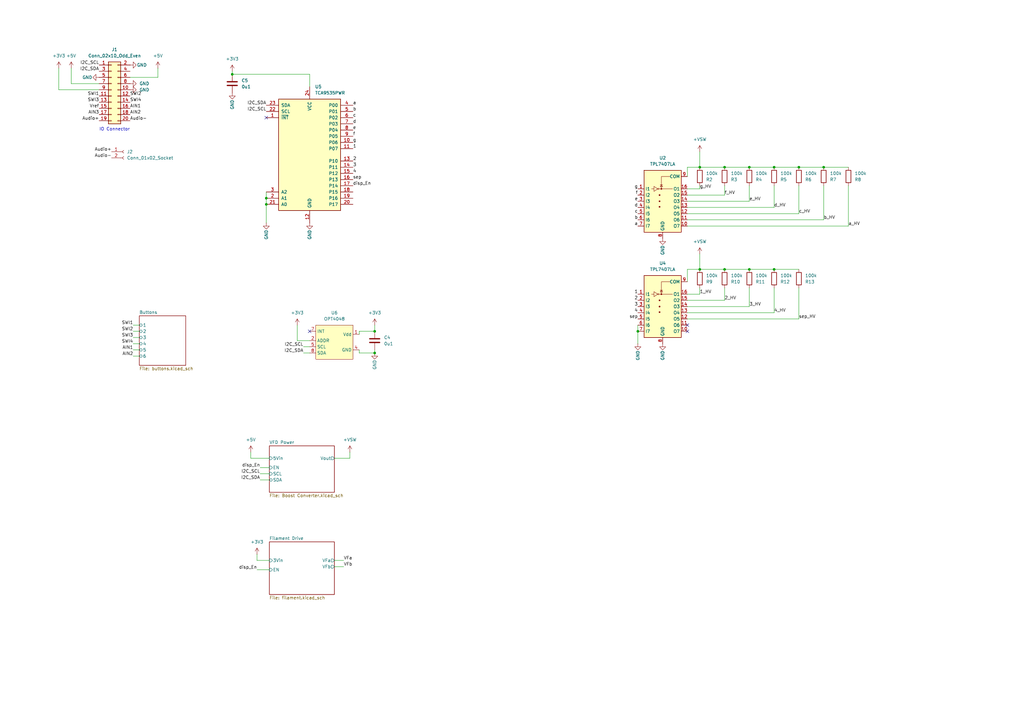
<source format=kicad_sch>
(kicad_sch (version 20231120) (generator "eeschema") (generator_version "8.0")
  (paper "A3")
  (lib_symbols
    (symbol "Connector:Conn_01x02_Socket" (pin_names (offset 1.016) hide)
      (property "Reference" "J" (at 0 2.54 0))
      (property "Value" "Conn_01x02_Socket" (at 0 -5.08 0))
      (symbol "Conn_01x02_Socket_1_1"
        (arc (start 0 -2.032) (mid -0.5058 -2.54) (end 0 -3.048) (stroke (width 0.1524)))
        (polyline (pts (xy -1.27 -2.54) (xy -0.508 -2.54)) (stroke (width 0.1524)))
        (polyline (pts (xy -1.27 0) (xy -0.508 0)) (stroke (width 0.1524)))
        (arc (start 0 0.508) (mid -0.5058 0) (end 0 -0.508) (stroke (width 0.1524)))
        (pin passive line (at -5.08 0 0) (length 3.81) (name "Pin_1") (number "1"))
        (pin passive line (at -5.08 -2.54 0) (length 3.81) (name "Pin_2") (number "2"))
      )
    )
    (symbol "Connector_Generic:Conn_02x10_Odd_Even" (pin_names (offset 1.016) hide)
      (property "Reference" "J" (at 1.27 12.7 0))
      (property "Value" "Conn_02x10_Odd_Even" (at 1.27 -15.24 0))
      (symbol "Conn_02x10_Odd_Even_1_1"
        (rectangle (start -1.27 -12.573) (end 0 -12.827) (stroke (width 0.1524)))
        (rectangle (start -1.27 -10.033) (end 0 -10.287) (stroke (width 0.1524)))
        (rectangle (start -1.27 -7.493) (end 0 -7.747) (stroke (width 0.1524)))
        (rectangle (start -1.27 -4.953) (end 0 -5.207) (stroke (width 0.1524)))
        (rectangle (start -1.27 -2.413) (end 0 -2.667) (stroke (width 0.1524)))
        (rectangle (start -1.27 0.127) (end 0 -0.127) (stroke (width 0.1524)))
        (rectangle (start -1.27 2.667) (end 0 2.413) (stroke (width 0.1524)))
        (rectangle (start -1.27 5.207) (end 0 4.953) (stroke (width 0.1524)))
        (rectangle (start -1.27 7.747) (end 0 7.493) (stroke (width 0.1524)))
        (rectangle (start -1.27 10.287) (end 0 10.033) (stroke (width 0.1524)))
        (rectangle (start -1.27 11.43) (end 3.81 -13.97) (stroke (width 0.254)) (fill (type background)))
        (rectangle (start 3.81 -12.573) (end 2.54 -12.827) (stroke (width 0.1524)))
        (rectangle (start 3.81 -10.033) (end 2.54 -10.287) (stroke (width 0.1524)))
        (rectangle (start 3.81 -7.493) (end 2.54 -7.747) (stroke (width 0.1524)))
        (rectangle (start 3.81 -4.953) (end 2.54 -5.207) (stroke (width 0.1524)))
        (rectangle (start 3.81 -2.413) (end 2.54 -2.667) (stroke (width 0.1524)))
        (rectangle (start 3.81 0.127) (end 2.54 -0.127) (stroke (width 0.1524)))
        (rectangle (start 3.81 2.667) (end 2.54 2.413) (stroke (width 0.1524)))
        (rectangle (start 3.81 5.207) (end 2.54 4.953) (stroke (width 0.1524)))
        (rectangle (start 3.81 7.747) (end 2.54 7.493) (stroke (width 0.1524)))
        (rectangle (start 3.81 10.287) (end 2.54 10.033) (stroke (width 0.1524)))
        (pin passive line (at -5.08 10.16 0) (length 3.81) (name "Pin_1") (number "1"))
        (pin passive line (at 7.62 0 180) (length 3.81) (name "Pin_10") (number "10"))
        (pin passive line (at -5.08 -2.54 0) (length 3.81) (name "Pin_11") (number "11"))
        (pin passive line (at 7.62 -2.54 180) (length 3.81) (name "Pin_12") (number "12"))
        (pin passive line (at -5.08 -5.08 0) (length 3.81) (name "Pin_13") (number "13"))
        (pin passive line (at 7.62 -5.08 180) (length 3.81) (name "Pin_14") (number "14"))
        (pin passive line (at -5.08 -7.62 0) (length 3.81) (name "Pin_15") (number "15"))
        (pin passive line (at 7.62 -7.62 180) (length 3.81) (name "Pin_16") (number "16"))
        (pin passive line (at -5.08 -10.16 0) (length 3.81) (name "Pin_17") (number "17"))
        (pin passive line (at 7.62 -10.16 180) (length 3.81) (name "Pin_18") (number "18"))
        (pin passive line (at -5.08 -12.7 0) (length 3.81) (name "Pin_19") (number "19"))
        (pin passive line (at 7.62 10.16 180) (length 3.81) (name "Pin_2") (number "2"))
        (pin passive line (at 7.62 -12.7 180) (length 3.81) (name "Pin_20") (number "20"))
        (pin passive line (at -5.08 7.62 0) (length 3.81) (name "Pin_3") (number "3"))
        (pin passive line (at 7.62 7.62 180) (length 3.81) (name "Pin_4") (number "4"))
        (pin passive line (at -5.08 5.08 0) (length 3.81) (name "Pin_5") (number "5"))
        (pin passive line (at 7.62 5.08 180) (length 3.81) (name "Pin_6") (number "6"))
        (pin passive line (at -5.08 2.54 0) (length 3.81) (name "Pin_7") (number "7"))
        (pin passive line (at 7.62 2.54 180) (length 3.81) (name "Pin_8") (number "8"))
        (pin passive line (at -5.08 0 0) (length 3.81) (name "Pin_9") (number "9"))
      )
    )
    (symbol "Device:C" (pin_numbers hide) (pin_names (offset 0.254))
      (property "Reference" "C" (at 0.635 2.54 0))
      (property "Value" "C" (at 0.635 -2.54 0))
      (symbol "C_0_1"
        (polyline (pts (xy -2.032 -0.762) (xy 2.032 -0.762)) (stroke (width 0.508)))
        (polyline (pts (xy -2.032 0.762) (xy 2.032 0.762)) (stroke (width 0.508)))
      )
      (symbol "C_1_1"
        (pin passive line (at 0 3.81 270) (length 2.794) (name "~") (number "1"))
        (pin passive line (at 0 -3.81 90) (length 2.794) (name "~") (number "2"))
      )
    )
    (symbol "Device:R" (pin_numbers hide) (pin_names (offset 0))
      (property "Reference" "R" (at 2.032 0 90))
      (property "Value" "R" (at 0 0 90))
      (symbol "R_0_1"
        (rectangle (start -1.016 -2.54) (end 1.016 2.54) (stroke (width 0.254)))
      )
      (symbol "R_1_1"
        (pin passive line (at 0 3.81 270) (length 1.27) (name "~") (number "1"))
        (pin passive line (at 0 -3.81 90) (length 1.27) (name "~") (number "2"))
      )
    )
    (symbol "Global:OPT4048"
      (property "Reference" "U" (at -5.842 3.81 0))
      (property "Value" "OPT4048" (at -2.286 1.524 0))
      (symbol "OPT4048_0_1"
        (rectangle (start -7.62 0) (end 7.62 -13.97) (fill (type background)))
      )
      (symbol "OPT4048_1_0"
        (pin input line (at -10.16 -6.35 0) (length 2.54) (name "ADDR") (number "2"))
        (pin no_connect line (at 1.27 -16.51 90) (length 2.54) hide (name "NC") (number "3"))
        (pin power_in line (at 10.16 -10.16 180) (length 2.54) (name "GND") (number "4"))
        (pin input line (at -10.16 -8.89 0) (length 2.54) (name "SCL") (number "5"))
        (pin no_connect line (at 0 -16.51 90) (length 2.54) hide (name "NC") (number "6"))
        (pin output line (at -10.16 -2.54 0) (length 2.54) (name "INT") (number "7"))
        (pin bidirectional line (at -10.16 -11.43 0) (length 2.54) (name "SDA") (number "8"))
      )
      (symbol "OPT4048_1_1"
        (pin power_in line (at 10.16 -3.81 180) (length 2.54) (name "Vdd") (number "1"))
      )
    )
    (symbol "Global:TPL7407LA"
      (property "Reference" "U" (at 0 15.875 0))
      (property "Value" "TPL7407LA" (at 0 13.97 0))
      (symbol "TPL7407LA_0_1"
        (rectangle (start -7.62 -12.7) (end 7.62 12.7) (stroke (width 0.254)) (fill (type background)))
        (circle (center -1.778 5.08) (radius 0.254))
        (circle (center -1.27 -2.286) (radius 0.254) (fill (type outline)))
        (circle (center -1.27 0) (radius 0.254) (fill (type outline)))
        (circle (center -1.27 2.54) (radius 0.254) (fill (type outline)))
        (circle (center -0.508 5.08) (radius 0.254) (fill (type outline)))
        (polyline (pts (xy -4.572 5.08) (xy -3.556 5.08)))
        (polyline (pts (xy -1.524 5.08) (xy 4.064 5.08)))
        (polyline (pts (xy 0 6.731) (xy -1.016 6.731)))
        (polyline (pts (xy -0.508 5.08) (xy -0.508 10.16) (xy 2.921 10.16)))
        (polyline (pts (xy -3.556 6.096) (xy -3.556 4.064) (xy -2.032 5.08) (xy -3.556 6.096)))
        (polyline (pts (xy 0 5.969) (xy -1.016 5.969) (xy -0.508 6.731) (xy 0 5.969)))
      )
      (symbol "TPL7407LA_1_1"
        (pin input line (at -10.16 5.08 0) (length 2.54) (name "I1") (number "1"))
        (pin open_collector line (at 10.16 -10.16 180) (length 2.54) (name "O7") (number "10"))
        (pin open_collector line (at 10.16 -7.62 180) (length 2.54) (name "O6") (number "11"))
        (pin open_collector line (at 10.16 -5.08 180) (length 2.54) (name "O5") (number "12"))
        (pin open_collector line (at 10.16 -2.54 180) (length 2.54) (name "O4") (number "13"))
        (pin open_collector line (at 10.16 0 180) (length 2.54) (name "O3") (number "14"))
        (pin open_collector line (at 10.16 2.54 180) (length 2.54) (name "O2") (number "15"))
        (pin open_collector line (at 10.16 5.08 180) (length 2.54) (name "O1") (number "16"))
        (pin input line (at -10.16 2.54 0) (length 2.54) (name "I2") (number "2"))
        (pin input line (at -10.16 0 0) (length 2.54) (name "I3") (number "3"))
        (pin input line (at -10.16 -2.54 0) (length 2.54) (name "I4") (number "4"))
        (pin input line (at -10.16 -5.08 0) (length 2.54) (name "I5") (number "5"))
        (pin input line (at -10.16 -7.62 0) (length 2.54) (name "I6") (number "6"))
        (pin input line (at -10.16 -10.16 0) (length 2.54) (name "I7") (number "7"))
        (pin power_in line (at 0 -15.24 90) (length 2.54) (name "GND") (number "8"))
        (pin passive line (at 10.16 10.16 180) (length 2.54) (name "COM") (number "9"))
      )
    )
    (symbol "Interface_Expansion:TCA9535PWR" (pin_names (offset 1.016))
      (property "Reference" "U" (at -11.43 24.13 0))
      (property "Value" "TCA9535PWR" (at 0 0 0))
      (symbol "TCA9535PWR_0_1"
        (rectangle (start -12.7 22.86) (end 12.7 -22.86) (stroke (width 0.254)) (fill (type background)))
      )
      (symbol "TCA9535PWR_1_1"
        (pin open_collector line (at -17.78 15.24 0) (length 5.08) (name "~{INT}") (number "1"))
        (pin bidirectional line (at 17.78 5.08 180) (length 5.08) (name "P06") (number "10"))
        (pin bidirectional line (at 17.78 2.54 180) (length 5.08) (name "P07") (number "11"))
        (pin power_in line (at 0 -27.94 90) (length 5.08) (name "GND") (number "12"))
        (pin bidirectional line (at 17.78 -2.54 180) (length 5.08) (name "P10") (number "13"))
        (pin bidirectional line (at 17.78 -5.08 180) (length 5.08) (name "P11") (number "14"))
        (pin bidirectional line (at 17.78 -7.62 180) (length 5.08) (name "P12") (number "15"))
        (pin bidirectional line (at 17.78 -10.16 180) (length 5.08) (name "P13") (number "16"))
        (pin bidirectional line (at 17.78 -12.7 180) (length 5.08) (name "P14") (number "17"))
        (pin bidirectional line (at 17.78 -15.24 180) (length 5.08) (name "P15") (number "18"))
        (pin bidirectional line (at 17.78 -17.78 180) (length 5.08) (name "P16") (number "19"))
        (pin input line (at -17.78 -17.78 0) (length 5.08) (name "A1") (number "2"))
        (pin bidirectional line (at 17.78 -20.32 180) (length 5.08) (name "P17") (number "20"))
        (pin input line (at -17.78 -20.32 0) (length 5.08) (name "A0") (number "21"))
        (pin input line (at -17.78 17.78 0) (length 5.08) (name "SCL") (number "22"))
        (pin bidirectional line (at -17.78 20.32 0) (length 5.08) (name "SDA") (number "23"))
        (pin power_in line (at 0 27.94 270) (length 5.08) (name "VCC") (number "24"))
        (pin input line (at -17.78 -15.24 0) (length 5.08) (name "A2") (number "3"))
        (pin bidirectional line (at 17.78 20.32 180) (length 5.08) (name "P00") (number "4"))
        (pin bidirectional line (at 17.78 17.78 180) (length 5.08) (name "P01") (number "5"))
        (pin bidirectional line (at 17.78 15.24 180) (length 5.08) (name "P02") (number "6"))
        (pin bidirectional line (at 17.78 12.7 180) (length 5.08) (name "P03") (number "7"))
        (pin bidirectional line (at 17.78 10.16 180) (length 5.08) (name "P04") (number "8"))
        (pin bidirectional line (at 17.78 7.62 180) (length 5.08) (name "P05") (number "9"))
      )
    )
    (symbol "power:+3V3" (power) (pin_numbers hide) (pin_names (offset 0) hide)
      (property "Value" "+3V3" (at 0 3.556 0))
      (symbol "+3V3_0_1"
        (polyline (pts (xy -0.762 1.27) (xy 0 2.54)))
        (polyline (pts (xy 0 0) (xy 0 2.54)))
        (polyline (pts (xy 0 2.54) (xy 0.762 1.27)))
      )
      (symbol "+3V3_1_1"
        (pin power_in line (at 0 0 90) (length 0) (name "~") (number "1"))
      )
    )
    (symbol "power:+5V" (power) (pin_numbers hide) (pin_names (offset 0) hide)
      (property "Value" "+5V" (at 0 3.556 0))
      (symbol "+5V_0_1"
        (polyline (pts (xy -0.762 1.27) (xy 0 2.54)))
        (polyline (pts (xy 0 0) (xy 0 2.54)))
        (polyline (pts (xy 0 2.54) (xy 0.762 1.27)))
      )
      (symbol "+5V_1_1"
        (pin power_in line (at 0 0 90) (length 0) (name "~") (number "1"))
      )
    )
    (symbol "power:+VSW" (power) (pin_numbers hide) (pin_names (offset 0) hide)
      (property "Value" "+VSW" (at 0 3.556 0))
      (symbol "+VSW_0_1"
        (polyline (pts (xy -0.762 1.27) (xy 0 2.54)))
        (polyline (pts (xy 0 0) (xy 0 2.54)))
        (polyline (pts (xy 0 2.54) (xy 0.762 1.27)))
      )
      (symbol "+VSW_1_1"
        (pin power_in line (at 0 0 90) (length 0) (name "~") (number "1"))
      )
    )
    (symbol "power:GND" (power) (pin_numbers hide) (pin_names (offset 0) hide)
      (property "Value" "GND" (at 0 -3.81 0))
      (symbol "GND_0_1"
        (polyline (pts (xy 0 0) (xy 0 -1.27) (xy 1.27 -1.27) (xy 0 -2.54) (xy -1.27 -1.27) (xy 0 -1.27)))
      )
      (symbol "GND_1_1"
        (pin power_in line (at 0 0 270) (length 0) (name "~") (number "1"))
      )
    )
  )
  (junction (at 109.22 83.82))
  (junction (at 153.67 144.78))
  (junction (at 327.66 68.58))
  (junction (at 287.02 110.49))
  (junction (at 297.18 110.49))
  (junction (at 297.18 68.58))
  (junction (at 153.67 135.89))
  (junction (at 109.22 81.28))
  (junction (at 307.34 68.58))
  (junction (at 317.5 110.49))
  (junction (at 307.34 110.49))
  (junction (at 337.82 68.58))
  (junction (at 95.25 30.48))
  (junction (at 317.5 68.58))
  (junction (at 261.62 135.89))
  (junction (at 287.02 68.58))
  (no_connect (at 109.22 48.26))
  (no_connect (at 281.94 133.35))
  (no_connect (at 281.94 135.89))
  (no_connect (at 127 135.89))
  (wire (pts (xy 29.21 34.29) (xy 40.64 34.29)))
  (wire (pts (xy 54.61 140.97) (xy 57.15 140.97)))
  (wire (pts (xy 261.62 135.89) (xy 261.62 140.97)))
  (wire (pts (xy 317.5 85.09) (xy 317.5 76.2)))
  (wire (pts (xy 287.02 62.23) (xy 287.02 68.58)))
  (wire (pts (xy 281.94 125.73) (xy 307.34 125.73)))
  (wire (pts (xy 54.61 146.05) (xy 57.15 146.05)))
  (wire (pts (xy 143.51 187.96) (xy 137.16 187.96)))
  (wire (pts (xy 261.62 133.35) (xy 261.62 135.89)))
  (wire (pts (xy 287.02 76.2) (xy 287.02 77.47)))
  (wire (pts (xy 24.13 36.83) (xy 40.64 36.83)))
  (wire (pts (xy 143.51 185.42) (xy 143.51 187.96)))
  (wire (pts (xy 281.94 90.17) (xy 337.82 90.17)))
  (wire (pts (xy 137.16 232.41) (xy 140.97 232.41)))
  (wire (pts (xy 281.94 87.63) (xy 327.66 87.63)))
  (wire (pts (xy 317.5 128.27) (xy 317.5 118.11)))
  (wire (pts (xy 327.66 68.58) (xy 317.5 68.58)))
  (wire (pts (xy 124.46 142.24) (xy 127 142.24)))
  (wire (pts (xy 147.32 135.89) (xy 153.67 135.89)))
  (wire (pts (xy 281.94 110.49) (xy 287.02 110.49)))
  (wire (pts (xy 347.98 68.58) (xy 337.82 68.58)))
  (wire (pts (xy 281.94 68.58) (xy 287.02 68.58)))
  (wire (pts (xy 124.46 144.78) (xy 127 144.78)))
  (wire (pts (xy 281.94 80.01) (xy 297.18 80.01)))
  (wire (pts (xy 281.94 72.39) (xy 281.94 68.58)))
  (wire (pts (xy 281.94 123.19) (xy 297.18 123.19)))
  (wire (pts (xy 287.02 104.14) (xy 287.02 110.49)))
  (wire (pts (xy 105.41 233.68) (xy 110.49 233.68)))
  (wire (pts (xy 121.92 139.7) (xy 127 139.7)))
  (wire (pts (xy 147.32 144.78) (xy 147.32 143.51)))
  (wire (pts (xy 95.25 30.48) (xy 127 30.48)))
  (wire (pts (xy 317.5 110.49) (xy 327.66 110.49)))
  (wire (pts (xy 281.94 130.81) (xy 327.66 130.81)))
  (wire (pts (xy 24.13 27.94) (xy 24.13 36.83)))
  (wire (pts (xy 106.68 194.31) (xy 110.49 194.31)))
  (wire (pts (xy 121.92 133.35) (xy 121.92 139.7)))
  (wire (pts (xy 153.67 143.51) (xy 153.67 144.78)))
  (wire (pts (xy 64.77 31.75) (xy 53.34 31.75)))
  (wire (pts (xy 297.18 80.01) (xy 297.18 76.2)))
  (wire (pts (xy 54.61 143.51) (xy 57.15 143.51)))
  (wire (pts (xy 281.94 82.55) (xy 307.34 82.55)))
  (wire (pts (xy 347.98 92.71) (xy 347.98 76.2)))
  (wire (pts (xy 287.02 120.65) (xy 287.02 118.11)))
  (wire (pts (xy 109.22 81.28) (xy 109.22 83.82)))
  (wire (pts (xy 281.94 128.27) (xy 317.5 128.27)))
  (wire (pts (xy 307.34 110.49) (xy 317.5 110.49)))
  (wire (pts (xy 327.66 130.81) (xy 327.66 118.11)))
  (wire (pts (xy 307.34 68.58) (xy 297.18 68.58)))
  (wire (pts (xy 95.25 29.21) (xy 95.25 30.48)))
  (wire (pts (xy 337.82 68.58) (xy 327.66 68.58)))
  (wire (pts (xy 307.34 125.73) (xy 307.34 118.11)))
  (wire (pts (xy 287.02 110.49) (xy 297.18 110.49)))
  (wire (pts (xy 317.5 68.58) (xy 307.34 68.58)))
  (wire (pts (xy 105.41 229.87) (xy 110.49 229.87)))
  (wire (pts (xy 147.32 144.78) (xy 153.67 144.78)))
  (wire (pts (xy 307.34 76.2) (xy 307.34 82.55)))
  (wire (pts (xy 106.68 196.85) (xy 110.49 196.85)))
  (wire (pts (xy 64.77 27.94) (xy 64.77 31.75)))
  (wire (pts (xy 105.41 227.33) (xy 105.41 229.87)))
  (wire (pts (xy 327.66 87.63) (xy 327.66 76.2)))
  (wire (pts (xy 281.94 77.47) (xy 287.02 77.47)))
  (wire (pts (xy 297.18 68.58) (xy 287.02 68.58)))
  (wire (pts (xy 147.32 135.89) (xy 147.32 137.16)))
  (wire (pts (xy 337.82 90.17) (xy 337.82 76.2)))
  (wire (pts (xy 102.87 185.42) (xy 102.87 187.96)))
  (wire (pts (xy 281.94 85.09) (xy 317.5 85.09)))
  (wire (pts (xy 29.21 27.94) (xy 29.21 34.29)))
  (wire (pts (xy 281.94 120.65) (xy 287.02 120.65)))
  (wire (pts (xy 109.22 83.82) (xy 109.22 91.44)))
  (wire (pts (xy 54.61 138.43) (xy 57.15 138.43)))
  (wire (pts (xy 140.97 229.87) (xy 137.16 229.87)))
  (wire (pts (xy 109.22 78.74) (xy 109.22 81.28)))
  (wire (pts (xy 102.87 187.96) (xy 110.49 187.96)))
  (wire (pts (xy 127 30.48) (xy 127 35.56)))
  (wire (pts (xy 54.61 133.35) (xy 57.15 133.35)))
  (wire (pts (xy 281.94 92.71) (xy 347.98 92.71)))
  (wire (pts (xy 153.67 133.35) (xy 153.67 135.89)))
  (wire (pts (xy 106.68 191.77) (xy 110.49 191.77)))
  (wire (pts (xy 54.61 135.89) (xy 57.15 135.89)))
  (wire (pts (xy 281.94 115.57) (xy 281.94 110.49)))
  (wire (pts (xy 297.18 110.49) (xy 307.34 110.49)))
  (wire (pts (xy 297.18 123.19) (xy 297.18 118.11)))
  (text "IO Connector" (at 46.99 53.086 0) (effects (font (size 1.27 1.27))))
  (label "SWI4" (at 54.61 140.97 180))
  (label "I2C_SCL" (at 124.46 142.24 180))
  (label "SWI1" (at 40.64 39.37 180))
  (label "g" (at 261.62 77.47 180))
  (label "d" (at 261.62 85.09 180))
  (label "SWI3" (at 54.61 138.43 180))
  (label "2" (at 261.62 123.19 180))
  (label "Vref" (at 40.64 44.45 180))
  (label "4_HV" (at 317.5 128.27 0))
  (label "sep_HV" (at 327.66 130.81 0))
  (label "f" (at 261.62 80.01 180))
  (label "4" (at 144.78 71.12 0))
  (label "sep" (at 144.78 73.66 0))
  (label "disp_En" (at 144.78 76.2 0))
  (label "f" (at 144.78 55.88 0))
  (label "1" (at 144.78 60.96 0))
  (label "a" (at 261.62 92.71 180))
  (label "b" (at 261.62 90.17 180))
  (label "I2C_SCL" (at 106.68 194.31 180))
  (label "Audio+" (at 40.64 49.53 180))
  (label "SWI3" (at 40.64 41.91 180))
  (label "3_HV" (at 307.34 125.73 0))
  (label "SWI2" (at 54.61 135.89 180))
  (label "b_HV" (at 337.82 90.17 0))
  (label "Audio-" (at 53.34 49.53 0))
  (label "c" (at 144.78 48.26 0))
  (label "AIN2" (at 54.61 146.05 180))
  (label "c_HV" (at 327.66 87.63 0))
  (label "AIN2" (at 53.34 46.99 0))
  (label "3" (at 261.62 125.73 180))
  (label "a" (at 144.78 43.18 0))
  (label "I2C_SCL" (at 40.64 26.67 180))
  (label "1" (at 261.62 120.65 180))
  (label "SWI2" (at 53.34 39.37 0))
  (label "g_HV" (at 287.02 77.47 0))
  (label "f_HV" (at 297.18 80.01 0))
  (label "AIN1" (at 54.61 143.51 180))
  (label "4" (at 261.62 128.27 180))
  (label "b" (at 144.78 45.72 0))
  (label "disp_En" (at 105.41 233.68 180))
  (label "e_HV" (at 307.34 82.55 0))
  (label "VFa" (at 140.97 229.87 0))
  (label "a_HV" (at 347.98 92.71 0))
  (label "2" (at 144.78 66.04 0))
  (label "AIN3" (at 40.64 46.99 180))
  (label "d_HV" (at 317.5 85.09 0))
  (label "sep" (at 261.62 130.81 180))
  (label "1_HV" (at 287.02 120.65 0))
  (label "g" (at 144.78 58.42 0))
  (label "Audio+" (at 45.72 62.23 180))
  (label "2_HV" (at 297.18 123.19 0))
  (label "I2C_SDA" (at 109.22 43.18 180))
  (label "AIN1" (at 53.34 44.45 0))
  (label "I2C_SDA" (at 40.64 29.21 180))
  (label "disp_En" (at 106.68 191.77 180))
  (label "SWI1" (at 54.61 133.35 180))
  (label "I2C_SCL" (at 109.22 45.72 180))
  (label "d" (at 144.78 50.8 0))
  (label "I2C_SDA" (at 106.68 196.85 180))
  (label "I2C_SDA" (at 124.46 144.78 180))
  (label "e" (at 144.78 53.34 0))
  (label "3" (at 144.78 68.58 0))
  (label "SWI4" (at 53.34 41.91 0))
  (label "Audio-" (at 45.72 64.77 180))
  (label "e" (at 261.62 82.55 180))
  (label "c" (at 261.62 87.63 180))
  (label "VFb" (at 140.97 232.41 0))
  (symbol (lib_id "power:GND") (at 53.34 34.29 90) (unit 1)
    (property "Reference" "#PWR014" (effects (hide yes)))
    (property "Value" "GND" (at 57.15 34.2899 90) (effects (justify right)))
    (property "Description" "Power symbol creates a global label with name \"GND\" , ground" (effects (hide yes)))
  )
  (symbol (lib_id "Device:R") (at 327.66 72.39 0) (mirror x) (unit 1)
    (property "Reference" "R6" (at 330.2 73.6601 0) (effects (justify left)))
    (property "Value" "100k" (at 330.2 71.1201 0) (effects (justify left)))
    (property "Footprint" "Resistor_SMD:R_0603_1608Metric_Pad0.98x0.95mm_HandSolder" (effects (hide yes)))
    (property "Description" "Resistor" (effects (hide yes)))
  )
  (symbol (lib_id "Device:R") (at 327.66 114.3 0) (mirror x) (unit 1)
    (property "Reference" "R13" (at 330.2 115.5701 0) (effects (justify left)))
    (property "Value" "100k" (at 330.2 113.0301 0) (effects (justify left)))
    (property "Footprint" "Resistor_SMD:R_0603_1608Metric_Pad0.98x0.95mm_HandSolder" (effects (hide yes)))
    (property "Description" "Resistor" (effects (hide yes)))
  )
  (symbol (lib_id "Device:R") (at 307.34 114.3 0) (mirror x) (unit 1)
    (property "Reference" "R11" (at 309.88 115.5701 0) (effects (justify left)))
    (property "Value" "100k" (at 309.88 113.0301 0) (effects (justify left)))
    (property "Footprint" "Resistor_SMD:R_0603_1608Metric_Pad0.98x0.95mm_HandSolder" (effects (hide yes)))
    (property "Description" "Resistor" (effects (hide yes)))
  )
  (symbol (lib_id "power:+5V") (at 64.77 27.94 0) (mirror y) (unit 1)
    (property "Reference" "#PWR019" (effects (hide yes)))
    (property "Value" "+5V" (at 64.77 22.86 0))
    (property "Description" "Power symbol creates a global label with name \"+5V\"" (effects (hide yes)))
  )
  (symbol (lib_id "power:+VSW") (at 287.02 104.14 0) (unit 1)
    (property "Reference" "#PWR036" (effects (hide yes)))
    (property "Value" "+VSW" (at 287.02 99.06 0))
    (property "Description" "Power symbol creates a global label with name \"+VSW\"" (effects (hide yes)))
  )
  (symbol (lib_id "power:+5V") (at 102.87 185.42 0) (unit 1)
    (property "Reference" "#PWR08" (effects (hide yes)))
    (property "Value" "+5V" (at 102.87 180.34 0))
    (property "Description" "Power symbol creates a global label with name \"+5V\"" (effects (hide yes)))
  )
  (symbol (lib_id "Device:C") (at 95.25 34.29 0) (unit 1)
    (property "Reference" "C5" (at 99.06 33.0199 0) (effects (justify left)))
    (property "Value" "0u1" (at 99.06 35.5599 0) (effects (justify left)))
    (property "Footprint" "Capacitor_SMD:C_0603_1608Metric_Pad1.08x0.95mm_HandSolder" (effects (hide yes)))
    (property "Description" "Unpolarized capacitor" (effects (hide yes)))
    (property "MFR PN" "CL10B104KB8NNWC" (effects (hide yes)))
  )
  (symbol (lib_id "power:+3V3") (at 24.13 27.94 0) (mirror y) (unit 1)
    (property "Reference" "#PWR010" (effects (hide yes)))
    (property "Value" "+3V3" (at 24.13 22.86 0))
    (property "Description" "Power symbol creates a global label with name \"+3V3\"" (effects (hide yes)))
  )
  (symbol (lib_id "Device:R") (at 287.02 114.3 0) (mirror x) (unit 1)
    (property "Reference" "R9" (at 289.56 115.5701 0) (effects (justify left)))
    (property "Value" "100k" (at 289.56 113.0301 0) (effects (justify left)))
    (property "Footprint" "Resistor_SMD:R_0603_1608Metric_Pad0.98x0.95mm_HandSolder" (effects (hide yes)))
    (property "Description" "Resistor" (effects (hide yes)))
  )
  (symbol (lib_id "Global:TPL7407LA") (at 271.78 125.73 0) (unit 1)
    (property "Reference" "U4" (at 271.78 107.95 0))
    (property "Value" "TPL7407LA" (at 271.78 110.49 0))
    (property "Footprint" "Package_SO:TSSOP-16_4.4x5mm_P0.65mm" (effects (hide yes)))
    (property "Datasheet" "https://www.ti.com/lit/ds/symlink/tpl7407la.pdf" (effects (hide yes)))
    (property "Description" "High Voltage, High Current Darlington Transistor Arrays, SOIC16/SOIC16W/DIP16/TSSOP16" (effects (hide yes)))
  )
  (symbol (lib_id "power:+VSW") (at 143.51 185.42 0) (unit 1)
    (property "Reference" "#PWR09" (effects (hide yes)))
    (property "Value" "+VSW" (at 143.51 180.34 0))
    (property "Description" "Power symbol creates a global label with name \"+VSW\"" (effects (hide yes)))
  )
  (symbol (lib_id "Connector_Generic:Conn_02x10_Odd_Even") (at 45.72 36.83 0) (unit 1)
    (property "Reference" "J1" (at 46.99 20.32 0))
    (property "Value" "Conn_02x10_Odd_Even" (at 46.99 22.86 0))
    (property "Footprint" "Connector_IDC:IDC-Header_2x10_P2.54mm_Vertical" (effects (hide yes)))
    (property "Description" "Generic connector, double row, 02x10, odd/even pin numbering scheme (row 1 odd numbers, row 2 even numbers), script generated (kicad-library-utils/schlib/autogen/connector/)" (effects (hide yes)))
  )
  (symbol (lib_id "power:GND") (at 127 91.44 0) (unit 1)
    (property "Reference" "#PWR020" (effects (hide yes)))
    (property "Value" "GND" (at 127 94.234 90) (effects (justify right)))
    (property "Description" "Power symbol creates a global label with name \"GND\" , ground" (effects (hide yes)))
  )
  (symbol (lib_id "Global:TPL7407LA") (at 271.78 82.55 0) (unit 1)
    (property "Reference" "U2" (at 271.78 64.77 0))
    (property "Value" "TPL7407LA" (at 271.78 67.31 0))
    (property "Footprint" "Package_SO:TSSOP-16_4.4x5mm_P0.65mm" (effects (hide yes)))
    (property "Datasheet" "https://www.ti.com/lit/ds/symlink/tpl7407la.pdf" (effects (hide yes)))
    (property "Description" "High Voltage, High Current Darlington Transistor Arrays, SOIC16/SOIC16W/DIP16/TSSOP16" (effects (hide yes)))
  )
  (symbol (lib_id "Device:R") (at 297.18 114.3 0) (mirror x) (unit 1)
    (property "Reference" "R10" (at 299.72 115.5701 0) (effects (justify left)))
    (property "Value" "100k" (at 299.72 113.0301 0) (effects (justify left)))
    (property "Footprint" "Resistor_SMD:R_0603_1608Metric_Pad0.98x0.95mm_HandSolder" (effects (hide yes)))
    (property "Description" "Resistor" (effects (hide yes)))
  )
  (symbol (lib_id "Connector:Conn_01x02_Socket") (at 50.8 62.23 0) (unit 1)
    (property "Reference" "J2" (at 52.07 62.2299 0) (effects (justify left)))
    (property "Value" "Conn_01x02_Socket" (at 52.07 64.7699 0) (effects (justify left)))
    (property "Footprint" "Connector_PinHeader_2.54mm:PinHeader_1x02_P2.54mm_Vertical" (effects (hide yes)))
    (property "Description" "Generic connector, single row, 01x02, script generated" (effects (hide yes)))
  )
  (symbol (lib_id "Global:OPT4048") (at 137.16 133.35 0) (unit 1)
    (property "Reference" "U6" (at 137.16 128.27 0))
    (property "Value" "OPT4048" (at 137.16 130.81 0))
    (property "Footprint" "kicad global library:SOT-583_DTS" (effects (hide yes)))
  )
  (symbol (lib_id "Device:R") (at 287.02 72.39 0) (mirror x) (unit 1)
    (property "Reference" "R2" (at 289.56 73.6601 0) (effects (justify left)))
    (property "Value" "100k" (at 289.56 71.1201 0) (effects (justify left)))
    (property "Footprint" "Resistor_SMD:R_0603_1608Metric_Pad0.98x0.95mm_HandSolder" (effects (hide yes)))
    (property "Description" "Resistor" (effects (hide yes)))
  )
  (symbol (lib_id "power:GND") (at 271.78 140.97 0) (unit 1)
    (property "Reference" "#PWR034" (effects (hide yes)))
    (property "Value" "GND" (at 271.78 143.764 90) (effects (justify right)))
    (property "Description" "Power symbol creates a global label with name \"GND\" , ground" (effects (hide yes)))
  )
  (symbol (lib_id "Device:R") (at 317.5 72.39 0) (mirror x) (unit 1)
    (property "Reference" "R5" (at 320.04 73.6601 0) (effects (justify left)))
    (property "Value" "100k" (at 320.04 71.1201 0) (effects (justify left)))
    (property "Footprint" "Resistor_SMD:R_0603_1608Metric_Pad0.98x0.95mm_HandSolder" (effects (hide yes)))
    (property "Description" "Resistor" (effects (hide yes)))
  )
  (symbol (lib_id "power:GND") (at 271.78 97.79 0) (unit 1)
    (property "Reference" "#PWR017" (effects (hide yes)))
    (property "Value" "GND" (at 271.78 100.584 90) (effects (justify right)))
    (property "Description" "Power symbol creates a global label with name \"GND\" , ground" (effects (hide yes)))
  )
  (symbol (lib_id "Device:R") (at 297.18 72.39 0) (mirror x) (unit 1)
    (property "Reference" "R3" (at 299.72 73.6601 0) (effects (justify left)))
    (property "Value" "100k" (at 299.72 71.1201 0) (effects (justify left)))
    (property "Footprint" "Resistor_SMD:R_0603_1608Metric_Pad0.98x0.95mm_HandSolder" (effects (hide yes)))
    (property "Description" "Resistor" (effects (hide yes)))
  )
  (symbol (lib_id "Device:R") (at 317.5 114.3 0) (mirror x) (unit 1)
    (property "Reference" "R12" (at 320.04 115.5701 0) (effects (justify left)))
    (property "Value" "100k" (at 320.04 113.0301 0) (effects (justify left)))
    (property "Footprint" "Resistor_SMD:R_0603_1608Metric_Pad0.98x0.95mm_HandSolder" (effects (hide yes)))
    (property "Description" "Resistor" (effects (hide yes)))
  )
  (symbol (lib_id "power:+5V") (at 29.21 27.94 0) (unit 1)
    (property "Reference" "#PWR011" (effects (hide yes)))
    (property "Value" "+5V" (at 29.21 22.86 0))
    (property "Description" "Power symbol creates a global label with name \"+5V\"" (effects (hide yes)))
  )
  (symbol (lib_id "power:+3V3") (at 105.41 227.33 0) (mirror y) (unit 1)
    (property "Reference" "#PWR01" (effects (hide yes)))
    (property "Value" "+3V3" (at 105.41 222.25 0))
    (property "Description" "Power symbol creates a global label with name \"+3V3\"" (effects (hide yes)))
  )
  (symbol (lib_id "power:+3V3") (at 95.25 29.21 0) (mirror y) (unit 1)
    (property "Reference" "#PWR022" (effects (hide yes)))
    (property "Value" "+3V3" (at 95.25 24.13 0))
    (property "Description" "Power symbol creates a global label with name \"+3V3\"" (effects (hide yes)))
  )
  (symbol (lib_id "Device:R") (at 307.34 72.39 0) (mirror x) (unit 1)
    (property "Reference" "R4" (at 309.88 73.6601 0) (effects (justify left)))
    (property "Value" "100k" (at 309.88 71.1201 0) (effects (justify left)))
    (property "Footprint" "Resistor_SMD:R_0603_1608Metric_Pad0.98x0.95mm_HandSolder" (effects (hide yes)))
    (property "Description" "Resistor" (effects (hide yes)))
  )
  (symbol (lib_id "power:GND") (at 261.62 140.97 0) (unit 1)
    (property "Reference" "#PWR037" (effects (hide yes)))
    (property "Value" "GND" (at 261.62 143.764 90) (effects (justify right)))
    (property "Description" "Power symbol creates a global label with name \"GND\" , ground" (effects (hide yes)))
  )
  (symbol (lib_id "power:GND") (at 109.22 91.44 0) (unit 1)
    (property "Reference" "#PWR021" (effects (hide yes)))
    (property "Value" "GND" (at 109.22 94.234 90) (effects (justify right)))
    (property "Description" "Power symbol creates a global label with name \"GND\" , ground" (effects (hide yes)))
  )
  (symbol (lib_id "power:+3V3") (at 153.67 133.35 0) (mirror y) (unit 1)
    (property "Reference" "#PWR025" (effects (hide yes)))
    (property "Value" "+3V3" (at 153.67 128.27 0))
    (property "Description" "Power symbol creates a global label with name \"+3V3\"" (effects (hide yes)))
  )
  (symbol (lib_id "power:GND") (at 153.67 144.78 0) (unit 1)
    (property "Reference" "#PWR024" (effects (hide yes)))
    (property "Value" "GND" (at 153.67 147.574 90) (effects (justify right)))
    (property "Description" "Power symbol creates a global label with name \"GND\" , ground" (effects (hide yes)))
  )
  (symbol (lib_id "Device:R") (at 337.82 72.39 0) (mirror x) (unit 1)
    (property "Reference" "R7" (at 340.36 73.6601 0) (effects (justify left)))
    (property "Value" "100k" (at 340.36 71.1201 0) (effects (justify left)))
    (property "Footprint" "Resistor_SMD:R_0603_1608Metric_Pad0.98x0.95mm_HandSolder" (effects (hide yes)))
    (property "Description" "Resistor" (effects (hide yes)))
  )
  (symbol (lib_id "power:GND") (at 53.34 26.67 90) (unit 1)
    (property "Reference" "#PWR013" (effects (hide yes)))
    (property "Value" "GND" (at 56.134 26.67 90) (effects (justify right)))
    (property "Description" "Power symbol creates a global label with name \"GND\" , ground" (effects (hide yes)))
  )
  (symbol (lib_id "Interface_Expansion:TCA9535PWR") (at 127 63.5 0) (unit 1)
    (property "Reference" "U5" (at 129.1941 35.56 0) (effects (justify left)))
    (property "Value" "TCA9535PWR" (at 129.1941 38.1 0) (effects (justify left)))
    (property "Footprint" "Package_SO:TSSOP-24_4.4x7.8mm_P0.65mm" (effects (hide yes)))
    (property "Datasheet" "http://www.ti.com/lit/ds/symlink/tca9535.pdf" (effects (hide yes)))
    (property "Description" "16-bit I/O expander, I2C and SMBus interface, interrupts, w/o pull-ups, TSSOP-24 package" (effects (hide yes)))
  )
  (symbol (lib_id "power:GND") (at 40.64 31.75 270) (unit 1)
    (property "Reference" "#PWR012" (effects (hide yes)))
    (property "Value" "GND" (at 37.846 31.75 90) (effects (justify right)))
    (property "Description" "Power symbol creates a global label with name \"GND\" , ground" (effects (hide yes)))
  )
  (symbol (lib_id "power:GND") (at 53.34 36.83 90) (unit 1)
    (property "Reference" "#PWR015" (effects (hide yes)))
    (property "Value" "GND" (at 57.15 36.8299 90) (effects (justify right)))
    (property "Description" "Power symbol creates a global label with name \"GND\" , ground" (effects (hide yes)))
  )
  (symbol (lib_id "Device:R") (at 347.98 72.39 0) (mirror x) (unit 1)
    (property "Reference" "R8" (at 350.52 73.6601 0) (effects (justify left)))
    (property "Value" "100k" (at 350.52 71.1201 0) (effects (justify left)))
    (property "Footprint" "Resistor_SMD:R_0603_1608Metric_Pad0.98x0.95mm_HandSolder" (effects (hide yes)))
    (property "Description" "Resistor" (effects (hide yes)))
  )
  (symbol (lib_id "power:+3V3") (at 121.92 133.35 0) (mirror y) (unit 1)
    (property "Reference" "#PWR030" (effects (hide yes)))
    (property "Value" "+3V3" (at 121.92 128.27 0))
    (property "Description" "Power symbol creates a global label with name \"+3V3\"" (effects (hide yes)))
  )
  (symbol (lib_id "power:+VSW") (at 287.02 62.23 0) (unit 1)
    (property "Reference" "#PWR035" (effects (hide yes)))
    (property "Value" "+VSW" (at 287.02 57.15 0))
    (property "Description" "Power symbol creates a global label with name \"+VSW\"" (effects (hide yes)))
  )
  (symbol (lib_id "Device:C") (at 153.67 139.7 0) (unit 1)
    (property "Reference" "C4" (at 157.48 138.4299 0) (effects (justify left)))
    (property "Value" "0u1" (at 157.48 140.9699 0) (effects (justify left)))
    (property "Footprint" "Capacitor_SMD:C_0603_1608Metric_Pad1.08x0.95mm_HandSolder" (effects (hide yes)))
    (property "Description" "Unpolarized capacitor" (effects (hide yes)))
    (property "MFR PN" "CL10B104KB8NNWC" (effects (hide yes)))
  )
  (symbol (lib_id "power:GND") (at 95.25 38.1 0) (unit 1)
    (property "Reference" "#PWR026" (effects (hide yes)))
    (property "Value" "GND" (at 95.25 40.894 90) (effects (justify right)))
    (property "Description" "Power symbol creates a global label with name \"GND\" , ground" (effects (hide yes)))
  )
  (sheet (at 110.49 222.25) (size 26.67 21.59) (stroke (width 0.1524))
    (property "Sheetname" "Filament Drive" (at 110.49 221.5384 0) (effects (justify left bottom)))
    (property "Sheetfile" "filament.kicad_sch" (at 110.49 244.4246 0) (effects (justify left top)))
    (pin "VFa" output (at 137.16 229.87 0))
    (pin "VFb" output (at 137.16 232.41 0))
    (pin "3Vin" input (at 110.49 229.87 180))
    (pin "EN" input (at 110.49 233.68 180))
  )
  (sheet (at 57.15 129.54) (size 19.05 20.32) (stroke (width 0.1524))
    (property "Sheetname" "Buttons" (at 57.15 128.8284 0) (effects (justify left bottom)))
    (property "Sheetfile" "buttons.kicad_sch" (at 57.15 150.4446 0) (effects (justify left top)))
    (pin "1" bidirectional (at 57.15 133.35 180))
    (pin "4" bidirectional (at 57.15 140.97 180))
    (pin "5" bidirectional (at 57.15 143.51 180))
    (pin "6" bidirectional (at 57.15 146.05 180))
    (pin "2" bidirectional (at 57.15 135.89 180))
    (pin "3" bidirectional (at 57.15 138.43 180))
  )
  (sheet (at 110.49 182.88) (size 26.67 19.05) (stroke (width 0.1524))
    (property "Sheetname" "VFD Power" (at 110.49 182.1684 0) (effects (justify left bottom)))
    (property "Sheetfile" "Boost Converter.kicad_sch" (at 110.49 202.5146 0) (effects (justify left top)))
    (pin "Vout" output (at 137.16 187.96 0))
    (pin "5Vin" input (at 110.49 187.96 180))
    (pin "SCL" input (at 110.49 194.31 180))
    (pin "SDA" bidirectional (at 110.49 196.85 180))
    (pin "EN" input (at 110.49 191.77 180))
  )
)
</source>
